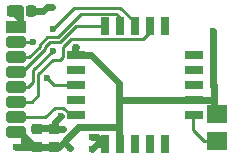
<source format=gbr>
%TF.GenerationSoftware,KiCad,Pcbnew,7.0.11-7.0.11~ubuntu22.04.1*%
%TF.CreationDate,2024-06-24T19:42:37+02:00*%
%TF.ProjectId,Adapter_EByte_E07_900MM10S_to_Ebyte_E07_868MS10_FUEL4EP,41646170-7465-4725-9f45-427974655f45,1.5*%
%TF.SameCoordinates,Original*%
%TF.FileFunction,Copper,L1,Top*%
%TF.FilePolarity,Positive*%
%FSLAX46Y46*%
G04 Gerber Fmt 4.6, Leading zero omitted, Abs format (unit mm)*
G04 Created by KiCad (PCBNEW 7.0.11-7.0.11~ubuntu22.04.1) date 2024-06-24 19:42:37*
%MOMM*%
%LPD*%
G01*
G04 APERTURE LIST*
G04 Aperture macros list*
%AMRoundRect*
0 Rectangle with rounded corners*
0 $1 Rounding radius*
0 $2 $3 $4 $5 $6 $7 $8 $9 X,Y pos of 4 corners*
0 Add a 4 corners polygon primitive as box body*
4,1,4,$2,$3,$4,$5,$6,$7,$8,$9,$2,$3,0*
0 Add four circle primitives for the rounded corners*
1,1,$1+$1,$2,$3*
1,1,$1+$1,$4,$5*
1,1,$1+$1,$6,$7*
1,1,$1+$1,$8,$9*
0 Add four rect primitives between the rounded corners*
20,1,$1+$1,$2,$3,$4,$5,0*
20,1,$1+$1,$4,$5,$6,$7,0*
20,1,$1+$1,$6,$7,$8,$9,0*
20,1,$1+$1,$8,$9,$2,$3,0*%
G04 Aperture macros list end*
%TA.AperFunction,CastellatedPad*%
%ADD10RoundRect,0.250000X-0.600000X-0.250000X0.600000X-0.250000X0.600000X0.250000X-0.600000X0.250000X0*%
%TD*%
%TA.AperFunction,SMDPad,CuDef*%
%ADD11RoundRect,0.225000X-0.250000X0.225000X-0.250000X-0.225000X0.250000X-0.225000X0.250000X0.225000X0*%
%TD*%
%TA.AperFunction,CastellatedPad*%
%ADD12R,1.800000X1.500000*%
%TD*%
%TA.AperFunction,SMDPad,CuDef*%
%ADD13RoundRect,0.218750X-0.218750X-0.256250X0.218750X-0.256250X0.218750X0.256250X-0.218750X0.256250X0*%
%TD*%
%TA.AperFunction,CastellatedPad*%
%ADD14R,1.700000X1.000000*%
%TD*%
%TA.AperFunction,SMDPad,CuDef*%
%ADD15R,0.800000X1.500000*%
%TD*%
%TA.AperFunction,SMDPad,CuDef*%
%ADD16R,1.500000X0.800000*%
%TD*%
%TA.AperFunction,ViaPad*%
%ADD17C,0.600000*%
%TD*%
%TA.AperFunction,Conductor*%
%ADD18C,0.600000*%
%TD*%
%TA.AperFunction,Conductor*%
%ADD19C,0.250000*%
%TD*%
G04 APERTURE END LIST*
D10*
%TO.P,JC5,1,Pin_1*%
%TO.N,/MOSI*%
X950000Y5810000D03*
%TD*%
D11*
%TO.P,C2,1*%
%TO.N,VDDA*%
X4241800Y2260600D03*
%TO.P,C2,2*%
%TO.N,GND*%
X4241800Y710600D03*
%TD*%
D12*
%TO.P,JA1,1,Pin_1*%
%TO.N,GND*%
X18000000Y3550000D03*
%TD*%
D13*
%TO.P,FB1,1*%
%TO.N,/VDD*%
X685700Y12268200D03*
%TO.P,FB1,2*%
%TO.N,VDDA*%
X2260700Y12268200D03*
%TD*%
D10*
%TO.P,JC8,1,Pin_1*%
%TO.N,GND*%
X950000Y2000000D03*
%TD*%
D12*
%TO.P,JA2,1,Pin_1*%
%TO.N,/ANT*%
X18000000Y1270000D03*
%TD*%
D10*
%TO.P,JC6,1,Pin_1*%
%TO.N,/MISO{slash}GDO1*%
X950000Y4540000D03*
%TD*%
D11*
%TO.P,C1,1*%
%TO.N,VDDA*%
X2743200Y2260600D03*
%TO.P,C1,2*%
%TO.N,GND*%
X2743200Y710600D03*
%TD*%
D10*
%TO.P,JC3,1,Pin_1*%
%TO.N,/~{CS}*%
X950000Y8350000D03*
%TD*%
%TO.P,JC2,1,Pin_1*%
%TO.N,/GDO0*%
X950000Y9620000D03*
%TD*%
D14*
%TO.P,JC1,1,Pin_1*%
%TO.N,/VDD*%
X950000Y10890000D03*
%TD*%
D15*
%TO.P,Module1,1A,SCK*%
%TO.N,/SCK*%
X8483600Y10947400D03*
D16*
%TO.P,Module1,1B,ANT*%
%TO.N,/ANT*%
X16023600Y3407400D03*
D15*
%TO.P,Module1,1C,VCC*%
%TO.N,VDDA*%
X8483600Y947400D03*
D16*
%TO.P,Module1,1D,GD02*%
%TO.N,/GDO2*%
X6023600Y3407400D03*
D15*
%TO.P,Module1,2A,~{CSN}*%
%TO.N,/~{CS}*%
X9753600Y10947400D03*
D16*
%TO.P,Module1,2B,GND*%
%TO.N,GND*%
X16023600Y4677400D03*
D15*
%TO.P,Module1,2C,GND*%
X9753600Y947400D03*
D16*
%TO.P,Module1,2D,NC*%
%TO.N,unconnected-(Module1-NC-Pad2D)*%
X6023600Y4677400D03*
D15*
%TO.P,Module1,3A,MOSI*%
%TO.N,/MOSI*%
X11023600Y10947400D03*
D16*
%TO.P,Module1,3B,NC*%
%TO.N,unconnected-(Module1-NC-Pad3B)*%
X16023600Y5947400D03*
D15*
%TO.P,Module1,3C,NC*%
%TO.N,unconnected-(Module1-NC-Pad3C)*%
X11023600Y947400D03*
D16*
%TO.P,Module1,3D,GD00*%
%TO.N,/GDO0*%
X6023600Y5947400D03*
D15*
%TO.P,Module1,4A,MISO/GD01*%
%TO.N,/MISO{slash}GDO1*%
X12293600Y10947400D03*
D16*
%TO.P,Module1,4B,NC*%
%TO.N,unconnected-(Module1-NC-Pad4B)*%
X16023600Y7217400D03*
D15*
%TO.P,Module1,4C,NC*%
%TO.N,unconnected-(Module1-NC-Pad4C)*%
X12293600Y947400D03*
D16*
%TO.P,Module1,4D,NC*%
%TO.N,unconnected-(Module1-NC-Pad4D)*%
X6023600Y7217400D03*
D15*
%TO.P,Module1,5A,NC*%
%TO.N,unconnected-(Module1-NC-Pad5A)*%
X13563600Y10947400D03*
D16*
%TO.P,Module1,5B,NC*%
%TO.N,unconnected-(Module1-NC-Pad5B)*%
X16023600Y8487400D03*
D15*
%TO.P,Module1,5C,NC*%
%TO.N,unconnected-(Module1-NC-Pad5C)*%
X13563600Y947400D03*
D16*
%TO.P,Module1,5D,GND*%
%TO.N,GND*%
X6023600Y8487400D03*
%TD*%
D10*
%TO.P,JC4,1,Pin_1*%
%TO.N,/SCK*%
X950000Y7080000D03*
%TD*%
%TO.P,JC7,1,Pin_1*%
%TO.N,/GDO2*%
X950000Y3270000D03*
%TD*%
D17*
%TO.N,GND*%
X6061243Y9229557D03*
X17703800Y5994400D03*
X17703800Y10541000D03*
X9677400Y2413000D03*
X17703800Y8305800D03*
X17703800Y7086600D03*
X5537200Y609600D03*
X17703800Y9550400D03*
X1016000Y711200D03*
%TO.N,/GDO0*%
X2381400Y9645344D03*
X3581400Y6553200D03*
%TO.N,/MOSI*%
X4089402Y8890000D03*
X4123693Y10715399D03*
%TO.N,VDDA*%
X4751998Y3352800D03*
X4964510Y2288674D03*
X4038600Y12573000D03*
X3251200Y12242800D03*
X7442200Y1574800D03*
X7442200Y558800D03*
%TD*%
D18*
%TO.N,GND*%
X2705400Y762000D02*
X4165600Y762000D01*
X16002000Y4673600D02*
X17729200Y4673600D01*
X17703800Y8305800D02*
X17703800Y9550400D01*
X2551000Y749000D02*
X2692400Y749000D01*
X17729200Y5969000D02*
X17703800Y5994400D01*
X1300000Y2000000D02*
X2551000Y749000D01*
X17729200Y4673600D02*
X17729200Y5969000D01*
X17703800Y9550400D02*
X17703800Y10541000D01*
X17780000Y4622800D02*
X17730000Y4572800D01*
X4613918Y736000D02*
X4267200Y736000D01*
X2768600Y749000D02*
X1676400Y749000D01*
X9677400Y2413000D02*
X9702800Y2387600D01*
X6265518Y2387600D02*
X5025059Y1147141D01*
X6002000Y9170314D02*
X6061243Y9229557D01*
X1676400Y749000D02*
X1053800Y749000D01*
X5025059Y1147141D02*
X4613918Y736000D01*
X17730000Y4572800D02*
X17730000Y3550000D01*
X6002000Y8483600D02*
X7352000Y8483600D01*
X6002000Y8483600D02*
X6002000Y9170314D01*
X9702800Y4699000D02*
X9677400Y2413000D01*
X1300000Y2000000D02*
X1676400Y1623600D01*
X7352000Y8483600D02*
X9702800Y6132800D01*
X9702800Y2387600D02*
X9702800Y972800D01*
X17729200Y4673600D02*
X17780000Y4622800D01*
X5025059Y1121741D02*
X5025059Y1147141D01*
X17703800Y7086600D02*
X17703800Y8305800D01*
X17703800Y5994400D02*
X17703800Y7086600D01*
X1676400Y1623600D02*
X1676400Y749000D01*
X1053800Y749000D02*
X1016000Y711200D01*
X9702800Y2387600D02*
X6265518Y2387600D01*
X16002000Y4673600D02*
X9728200Y4673600D01*
X9702800Y6132800D02*
X9702800Y4699000D01*
X5537200Y609600D02*
X5025059Y1121741D01*
X9728200Y4673600D02*
X9702800Y4699000D01*
D19*
%TO.N,/ANT*%
X16865600Y1270000D02*
X16002000Y2133600D01*
X17730000Y1270000D02*
X16865600Y1270000D01*
X16002000Y2133600D02*
X16002000Y3403600D01*
%TO.N,/SCK*%
X4690204Y9590400D02*
X3835205Y9590400D01*
X6043404Y10943600D02*
X4690204Y9590400D01*
X3439800Y9037009D02*
X1482791Y7080000D01*
X3439800Y9194995D02*
X3439800Y9037009D01*
X8462000Y10943600D02*
X6043404Y10943600D01*
X1482791Y7080000D02*
X1300000Y7080000D01*
X3835205Y9590400D02*
X3439800Y9194995D01*
%TO.N,/GDO0*%
X1300000Y9620000D02*
X2356056Y9620000D01*
X5472000Y5943600D02*
X4191000Y5943600D01*
X4191000Y5943600D02*
X3581400Y6553200D01*
X2356056Y9620000D02*
X2381400Y9645344D01*
%TO.N,/MOSI*%
X11023600Y11297400D02*
X11023600Y10947400D01*
X4123693Y10715399D02*
X5897894Y12489600D01*
X9831400Y12489600D02*
X11023600Y11297400D01*
X5897894Y12489600D02*
X9831400Y12489600D01*
X2431000Y6188809D02*
X2431000Y7231598D01*
X2431000Y7231598D02*
X4089402Y8890000D01*
X2033391Y5791200D02*
X2431000Y6188809D01*
X1318800Y5791200D02*
X2033391Y5791200D01*
%TO.N,/GDO2*%
X5652000Y3403600D02*
X5002000Y4053600D01*
X3478316Y3270000D02*
X1300000Y3270000D01*
X5002000Y4053600D02*
X4261916Y4053600D01*
X4261916Y4053600D02*
X3478316Y3270000D01*
%TO.N,/~{CS}*%
X2116395Y8350000D02*
X2989800Y9223405D01*
X6485808Y12022400D02*
X9466000Y12022400D01*
X9753600Y11734800D02*
X9753600Y10947400D01*
X9466000Y12022400D02*
X9753600Y11734800D01*
X4503807Y10040399D02*
X6485808Y12022400D01*
X2989800Y9381391D02*
X3648809Y10040400D01*
X2989800Y9223405D02*
X2989800Y9381391D01*
X1374209Y8350000D02*
X2116395Y8350000D01*
X3648809Y10040400D02*
X4503807Y10040399D01*
D18*
%TO.N,VDDA*%
X4267200Y2286000D02*
X4961836Y2286000D01*
X4267200Y2868002D02*
X4751998Y3352800D01*
X4267200Y2286000D02*
X4267200Y2868002D01*
X8458200Y939800D02*
X8462000Y943600D01*
X4038600Y12573000D02*
X3581400Y12573000D01*
X8462000Y943600D02*
X7830800Y1574800D01*
X4961836Y2286000D02*
X4964510Y2288674D01*
X7830800Y1574800D02*
X7442200Y1574800D01*
X4267200Y2312000D02*
X2756200Y2312000D01*
X2260700Y12242800D02*
X3251200Y12242800D01*
X8462000Y943600D02*
X7827000Y943600D01*
X7827000Y943600D02*
X7442200Y558800D01*
X3581400Y12573000D02*
X3251200Y12242800D01*
D19*
%TO.N,/MISO{slash}GDO1*%
X12272000Y10395800D02*
X12272000Y10593600D01*
X5608600Y9872400D02*
X11748600Y9872400D01*
X2309596Y4540000D02*
X2881000Y5111404D01*
X2881000Y6883595D02*
X4088803Y8091398D01*
X11748600Y9872400D02*
X12272000Y10395800D01*
X4088803Y8091398D02*
X4699197Y8091398D01*
X4699197Y8091398D02*
X4948600Y8340801D01*
X2881000Y5111404D02*
X2881000Y6883595D01*
X1300000Y4540000D02*
X2309596Y4540000D01*
X4948600Y9212400D02*
X5608600Y9872400D01*
X4948600Y8340801D02*
X4948600Y9212400D01*
D18*
%TO.N,/VDD*%
X1300000Y11628500D02*
X1323200Y11651700D01*
X1300000Y10890000D02*
X1300000Y11628500D01*
X1323200Y12496800D02*
X914300Y12496800D01*
X1300000Y11628500D02*
X685700Y12242800D01*
X914300Y12496800D02*
X685700Y12268200D01*
X1323200Y11651700D02*
X1323200Y12496800D01*
%TD*%
M02*

</source>
